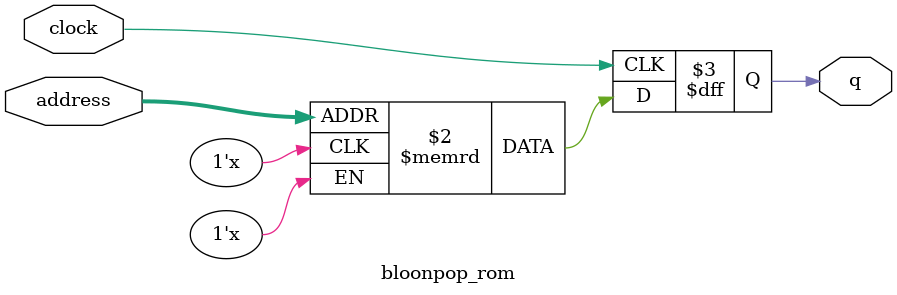
<source format=sv>
module bloonpop_rom (
	input logic clock,
	input logic [9:0] address,
	output logic [0:0] q
);

logic [0:0] memory [0:1023] /* synthesis ram_init_file = "./bloonpop/bloonpop.mif" */;

always_ff @ (posedge clock) begin
	q <= memory[address];
end

endmodule

</source>
